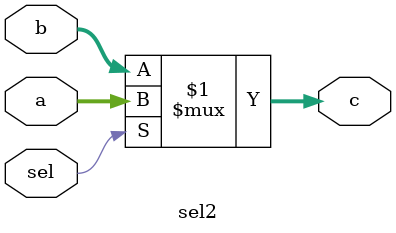
<source format=v>
module sel2(a, b, sel, c);
		input [23:0] a,b;
		input sel;
		output [23:0] c;

		assign c = (sel)? a:b;
	
endmodule

</source>
